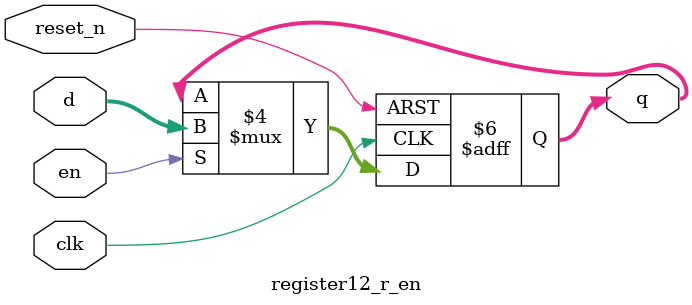
<source format=v>
module register12_r_en(q, clk, reset_n, en, d);	//12-bits reset_n / en register
	input clk, reset_n, en;
	input [11:0] d;
	output reg [11:0] q;
	
	always@(posedge clk or negedge reset_n)		//Operate when clk and reset_n is changed
	begin
		if(reset_n == 0)		q <= 12'b0;			//reset
		else if(en)				q <= d;				//store
		else						q <= q;				//write
	end
endmodule

</source>
